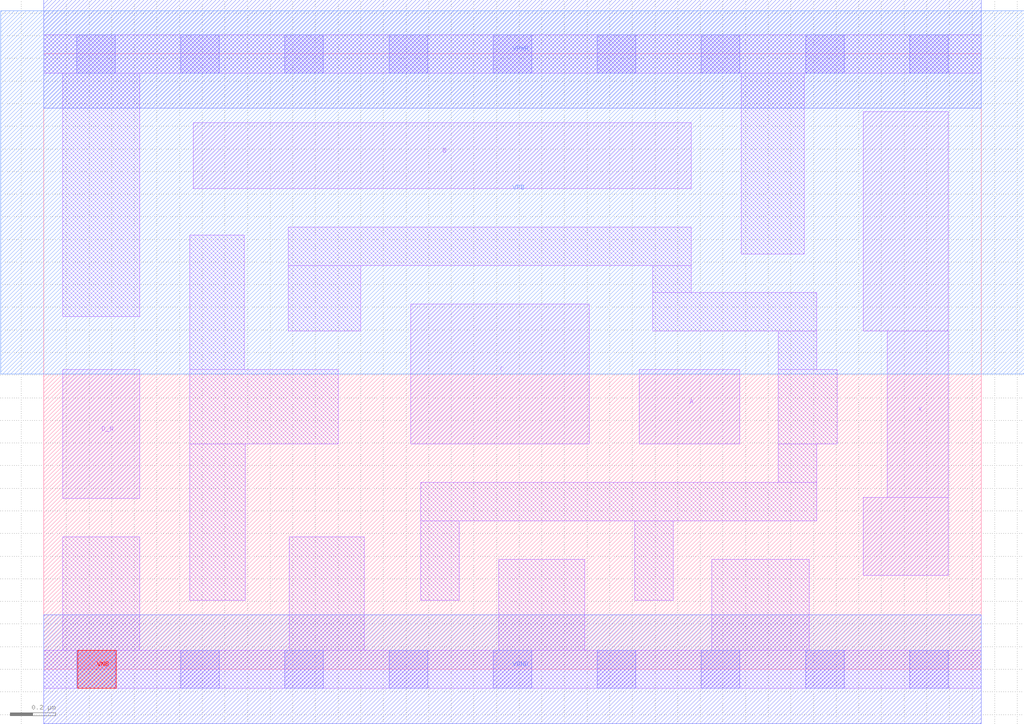
<source format=lef>
# Copyright 2020 The SkyWater PDK Authors
#
# Licensed under the Apache License, Version 2.0 (the "License");
# you may not use this file except in compliance with the License.
# You may obtain a copy of the License at
#
#     https://www.apache.org/licenses/LICENSE-2.0
#
# Unless required by applicable law or agreed to in writing, software
# distributed under the License is distributed on an "AS IS" BASIS,
# WITHOUT WARRANTIES OR CONDITIONS OF ANY KIND, either express or implied.
# See the License for the specific language governing permissions and
# limitations under the License.
#
# SPDX-License-Identifier: Apache-2.0

VERSION 5.7 ;
  NOWIREEXTENSIONATPIN ON ;
  DIVIDERCHAR "/" ;
  BUSBITCHARS "[]" ;
PROPERTYDEFINITIONS
  MACRO maskLayoutSubType STRING ;
  MACRO prCellType STRING ;
  MACRO originalViewName STRING ;
END PROPERTYDEFINITIONS
MACRO sky130_fd_sc_hdll__or4b_1
  CLASS CORE ;
  FOREIGN sky130_fd_sc_hdll__or4b_1 ;
  ORIGIN  0.000000  0.000000 ;
  SIZE  4.140000 BY  2.720000 ;
  SYMMETRY X Y R90 ;
  SITE unithd ;
  PIN A
    ANTENNAGATEAREA  0.138600 ;
    DIRECTION INPUT ;
    USE SIGNAL ;
    PORT
      LAYER li1 ;
        RECT 2.630000 0.995000 3.075000 1.325000 ;
    END
  END A
  PIN B
    ANTENNAGATEAREA  0.138600 ;
    DIRECTION INPUT ;
    USE SIGNAL ;
    PORT
      LAYER li1 ;
        RECT 0.660000 2.125000 2.860000 2.415000 ;
    END
  END B
  PIN C
    ANTENNAGATEAREA  0.138600 ;
    DIRECTION INPUT ;
    USE SIGNAL ;
    PORT
      LAYER li1 ;
        RECT 1.620000 0.995000 2.410000 1.615000 ;
    END
  END C
  PIN D_N
    ANTENNAGATEAREA  0.138600 ;
    DIRECTION INPUT ;
    USE SIGNAL ;
    PORT
      LAYER li1 ;
        RECT 0.085000 0.755000 0.425000 1.325000 ;
    END
  END D_N
  PIN X
    ANTENNADIFFAREA  0.463750 ;
    DIRECTION OUTPUT ;
    USE SIGNAL ;
    PORT
      LAYER li1 ;
        RECT 3.620000 0.415000 3.995000 0.760000 ;
        RECT 3.620000 1.495000 3.995000 2.465000 ;
        RECT 3.725000 0.760000 3.995000 1.495000 ;
    END
  END X
  PIN VGND
    DIRECTION INOUT ;
    USE GROUND ;
    PORT
      LAYER met1 ;
        RECT 0.000000 -0.240000 4.140000 0.240000 ;
    END
  END VGND
  PIN VNB
    DIRECTION INOUT ;
    USE GROUND ;
    PORT
      LAYER pwell ;
        RECT 0.150000 -0.085000 0.320000 0.085000 ;
    END
  END VNB
  PIN VPB
    DIRECTION INOUT ;
    USE POWER ;
    PORT
      LAYER nwell ;
        RECT -0.190000 1.305000 4.330000 2.910000 ;
    END
  END VPB
  PIN VPWR
    DIRECTION INOUT ;
    USE POWER ;
    PORT
      LAYER met1 ;
        RECT 0.000000 2.480000 4.140000 2.960000 ;
    END
  END VPWR
  OBS
    LAYER li1 ;
      RECT 0.000000 -0.085000 4.140000 0.085000 ;
      RECT 0.000000  2.635000 4.140000 2.805000 ;
      RECT 0.085000  0.085000 0.425000 0.585000 ;
      RECT 0.085000  1.560000 0.425000 2.635000 ;
      RECT 0.645000  0.305000 0.890000 0.995000 ;
      RECT 0.645000  0.995000 1.300000 1.325000 ;
      RECT 0.645000  1.325000 0.885000 1.920000 ;
      RECT 1.080000  1.495000 1.400000 1.785000 ;
      RECT 1.080000  1.785000 2.860000 1.955000 ;
      RECT 1.085000  0.085000 1.415000 0.585000 ;
      RECT 1.665000  0.305000 1.835000 0.655000 ;
      RECT 1.665000  0.655000 3.415000 0.825000 ;
      RECT 2.010000  0.085000 2.390000 0.485000 ;
      RECT 2.610000  0.305000 2.780000 0.655000 ;
      RECT 2.690000  1.495000 3.415000 1.665000 ;
      RECT 2.690000  1.665000 2.860000 1.785000 ;
      RECT 2.950000  0.085000 3.380000 0.485000 ;
      RECT 3.080000  1.835000 3.360000 2.635000 ;
      RECT 3.245000  0.825000 3.415000 0.995000 ;
      RECT 3.245000  0.995000 3.505000 1.325000 ;
      RECT 3.245000  1.325000 3.415000 1.495000 ;
    LAYER mcon ;
      RECT 0.145000 -0.085000 0.315000 0.085000 ;
      RECT 0.145000  2.635000 0.315000 2.805000 ;
      RECT 0.605000 -0.085000 0.775000 0.085000 ;
      RECT 0.605000  2.635000 0.775000 2.805000 ;
      RECT 1.065000 -0.085000 1.235000 0.085000 ;
      RECT 1.065000  2.635000 1.235000 2.805000 ;
      RECT 1.525000 -0.085000 1.695000 0.085000 ;
      RECT 1.525000  2.635000 1.695000 2.805000 ;
      RECT 1.985000 -0.085000 2.155000 0.085000 ;
      RECT 1.985000  2.635000 2.155000 2.805000 ;
      RECT 2.445000 -0.085000 2.615000 0.085000 ;
      RECT 2.445000  2.635000 2.615000 2.805000 ;
      RECT 2.905000 -0.085000 3.075000 0.085000 ;
      RECT 2.905000  2.635000 3.075000 2.805000 ;
      RECT 3.365000 -0.085000 3.535000 0.085000 ;
      RECT 3.365000  2.635000 3.535000 2.805000 ;
      RECT 3.825000 -0.085000 3.995000 0.085000 ;
      RECT 3.825000  2.635000 3.995000 2.805000 ;
  END
  PROPERTY maskLayoutSubType "abstract" ;
  PROPERTY prCellType "standard" ;
  PROPERTY originalViewName "layout" ;
END sky130_fd_sc_hdll__or4b_1
END LIBRARY

</source>
